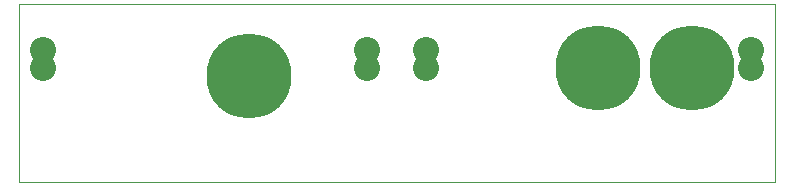
<source format=gbs>
G75*
%MOIN*%
%OFA0B0*%
%FSLAX25Y25*%
%IPPOS*%
%LPD*%
%AMOC8*
5,1,8,0,0,1.08239X$1,22.5*
%
%ADD10C,0.00000*%
%ADD11C,0.28359*%
%ADD12C,0.08674*%
D10*
X0002968Y0001985D02*
X0002968Y0061040D01*
X0254936Y0061040D01*
X0254936Y0001985D01*
X0002968Y0001985D01*
D11*
X0079591Y0037252D03*
X0195850Y0039858D03*
X0227378Y0039839D03*
D12*
X0247063Y0039862D03*
X0247055Y0045776D03*
X0138803Y0045776D03*
X0119102Y0045764D03*
X0119118Y0039870D03*
X0138787Y0039862D03*
X0010835Y0039850D03*
X0010835Y0045783D03*
M02*

</source>
